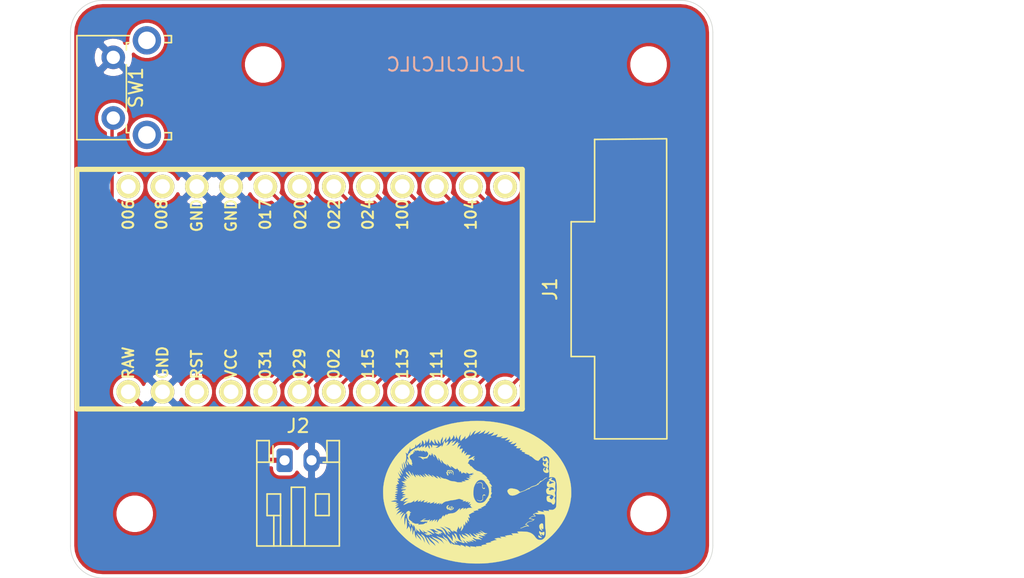
<source format=kicad_pcb>
(kicad_pcb (version 20171130) (host pcbnew 5.1.10)
  (layers (0 F.Cu signal) (31 B.Cu signal) (34 B.Paste user) (35 F.Paste user) (36 B.SilkS user) (37 F.SilkS user) (38 B.Mask user) (39 F.Mask user) (44 Edge.Cuts user))
  (net 0 "")
  (net 1 GND)
  (net 2 Column7)
  (net 3 Column6)
  (net 4 Column5)
  (net 5 Column4)
  (net 6 Column3)
  (net 7 Column2)
  (net 8 Column1)
  (net 9 Row8)
  (net 10 Row7)
  (net 11 Row6)
  (net 12 Row5)
  (net 13 Row4)
  (net 14 Row3)
  (net 15 Row2)
  (net 16 Row1)
  (net 17 "Net-(U1-Pad1)")
  (net 18 "Net-(U1-Pad2)")
  (net 19 "Net-(U1-Pad21)")
  (net 20 "Net-(U1-Pad12)")
  (net 21 B+)
  (net 22 "Net-(J1-Pad16)")
  (net 23 "Net-(SW1-Pad1)")
  (module daughterboard:thefortyfive (layer F.Cu) (at 113.50625 46.0375)
    (fp_text reference G*** hide)
    (fp_text value LOGO hide)
  )
  (module daughterboard:Molex2004850420 (layer F.Cu) (at 84.93125 60.325 90)
    (fp_text reference J1 (at 0 -2.54 90) (layer F.SilkS))
    (fp_text value Conn_01x20_Female)
    (pad 0 smd rect (at 9.75 3.27 90) (size 2 2) (layers F.Cu F.Paste F.Mask))
    (pad 0 smd rect (at -9.75 3.27 90) (size 2 2) (layers F.Cu F.Paste F.Mask))
    (pad 20 smd rect (at 4.75 0 90) (size 0.25 1.6) (layers F.Cu F.Paste F.Mask) (net 1 GND))
    (pad 19 smd rect (at 4.25 0 90) (size 0.25 1.6) (layers F.Cu F.Paste F.Mask) (net 1 GND))
    (pad 18 smd rect (at 3.75 0 90) (size 0.25 1.6) (layers F.Cu F.Paste F.Mask) (net 1 GND))
    (pad 17 smd rect (at 3.25 0 90) (size 0.25 1.6) (layers F.Cu F.Paste F.Mask) (net 1 GND))
    (pad 16 smd rect (at 2.75 0 90) (size 0.25 1.6) (layers F.Cu F.Paste F.Mask) (net 22 "Net-(J1-Pad16)"))
    (pad 15 smd rect (at 2.25 0 90) (size 0.25 1.6) (layers F.Cu F.Paste F.Mask) (net 8 Column1))
    (pad 14 smd rect (at 1.75 0 90) (size 0.25 1.6) (layers F.Cu F.Paste F.Mask) (net 7 Column2))
    (pad 13 smd rect (at 1.25 0 90) (size 0.25 1.6) (layers F.Cu F.Paste F.Mask) (net 6 Column3))
    (pad 12 smd rect (at 0.75 0 90) (size 0.25 1.6) (layers F.Cu F.Paste F.Mask) (net 5 Column4))
    (pad 11 smd rect (at 0.25 0 90) (size 0.25 1.6) (layers F.Cu F.Paste F.Mask) (net 4 Column5))
    (pad 10 smd rect (at -0.25 0 90) (size 0.25 1.6) (layers F.Cu F.Paste F.Mask) (net 3 Column6))
    (pad 9 smd rect (at -0.75 0 90) (size 0.25 1.6) (layers F.Cu F.Paste F.Mask) (net 2 Column7))
    (pad 8 smd rect (at -1.25 0 90) (size 0.25 1.6) (layers F.Cu F.Paste F.Mask) (net 9 Row8))
    (pad 7 smd rect (at -1.75 0 90) (size 0.25 1.6) (layers F.Cu F.Paste F.Mask) (net 10 Row7))
    (pad 6 smd rect (at -2.25 0 90) (size 0.25 1.6) (layers F.Cu F.Paste F.Mask) (net 11 Row6))
    (pad 5 smd rect (at -2.75 0 90) (size 0.25 1.6) (layers F.Cu F.Paste F.Mask) (net 12 Row5))
    (pad 4 smd rect (at -3.25 0 90) (size 0.25 1.6) (layers F.Cu F.Paste F.Mask) (net 13 Row4))
    (pad 3 smd rect (at -3.75 0 90) (size 0.25 1.6) (layers F.Cu F.Paste F.Mask) (net 14 Row3))
    (pad 2 smd rect (at -4.25 0 90) (size 0.25 1.6) (layers F.Cu F.Paste F.Mask) (net 15 Row2))
    (pad 1 smd rect (at -4.75 0 90) (size 0.25 1.6) (layers F.Cu F.Paste F.Mask) (net 16 Row1))
  )
  (module daughterboard:baby_badger (layer F.Cu) (at 76.99375 75.40625 90)
    (fp_text reference G*** hide)
    (fp_text value LOGO hide)
  )
  (module MountingHole:MountingHole_2.2mm_M2 (layer F.Cu) (at 61.11875 43.65625)
    (fp_text reference "" (at 0 -3.2) (layer F.SilkS))
    (fp_text value MountingHole_2.2mm_M2)
    (pad 1 np_thru_hole circle (at 0 0) (size 2.2 2.2) (drill 2.2) (layers *.Cu *.Mask))
  )
  (module MountingHole:MountingHole_2.2mm_M2 (layer F.Cu) (at 51.59375 76.99375)
    (fp_text reference "" (at 0 -3.2) (layer F.SilkS))
    (fp_text value MountingHole_2.2mm_M2)
    (pad 1 np_thru_hole circle (at 0 0) (size 2.2 2.2) (drill 2.2) (layers *.Cu *.Mask))
  )
  (module MountingHole:MountingHole_2.2mm_M2 (layer F.Cu) (at 89.69375 76.99375)
    (fp_text reference "" (at 0 -3.2) (layer F.SilkS))
    (fp_text value MountingHole_2.2mm_M2)
    (pad 1 np_thru_hole circle (at 0 0) (size 2.2 2.2) (drill 2.2) (layers *.Cu *.Mask))
  )
  (module MountingHole:MountingHole_2.2mm_M2 (layer F.Cu) (at 89.69375 43.65625)
    (fp_text reference "" (at 0 -3.2) (layer F.SilkS))
    (fp_text value MountingHole_2.2mm_M2)
    (pad 1 np_thru_hole circle (at 0 0) (size 2.2 2.2) (drill 2.2) (layers *.Cu *.Mask))
  )
  (module Button_Switch_THT:SW_Tactile_SPST_Angled_PTS645Vx83-2LFS (layer F.Cu) (at 50.00625 47.625 90)
    (fp_text reference SW1 (at 2.25 1.68 90) (layer F.SilkS))
    (fp_text value SW_SPST)
    (pad "" thru_hole circle (at -1.25 2.49 90) (size 2.1 2.1) (drill 1.3) (layers *.Cu *.Mask))
    (pad 1 thru_hole circle (at 0 0 90) (size 1.75 1.75) (drill 0.99) (layers *.Cu *.Mask) (net 23 "Net-(SW1-Pad1)"))
    (pad 2 thru_hole circle (at 4.5 0 90) (size 1.75 1.75) (drill 0.99) (layers *.Cu *.Mask) (net 1 GND))
    (pad "" thru_hole circle (at 5.76 2.49 90) (size 2.1 2.1) (drill 1.3) (layers *.Cu *.Mask))
  )
  (module Connector_JST:JST_PH_S2B-PH-K_1x02_P2.00mm_Horizontal (layer F.Cu) (at 62.70625 73.025)
    (fp_text reference J2 (at 1 -2.55) (layer F.SilkS))
    (fp_text value Conn_01x02)
    (pad 2 thru_hole oval (at 2 0) (size 1.2 1.75) (drill 0.75) (layers *.Cu *.Mask) (net 1 GND))
    (pad 1 thru_hole roundrect (at 0 0) (size 1.2 1.75) (drill 0.75) (layers *.Cu *.Mask) (roundrect_rratio 0.208333) (net 21 B+))
  )
  (module nice-nano-kicad:nice_nano (layer B.Cu) (at 65.0875 60.325)
    (fp_text reference U1 hide)
    (fp_text value nice_nano hide)
    (fp_text user 008 (at -11.5 -5.53719 -90) (layer F.SilkS) (effects (font (size 0.8 0.8))))
    (fp_text user 020 (at -1.2 -5.53719 -90) (layer F.SilkS) (effects (font (size 0.8 0.8))))
    (fp_text user 017 (at -3.81 -5.53719 -90) (layer F.SilkS) (effects (font (size 0.8 0.8))))
    (fp_text user GND (at -6.35 -5.461 -90) (layer F.SilkS) (effects (font (size 0.8 0.8))))
    (fp_text user GND (at -8.89 -5.461 -90) (layer F.SilkS) (effects (font (size 0.8 0.8))))
    (fp_text user 022 (at 1.3 -5.53719 -90) (layer F.SilkS) (effects (font (size 0.8 0.8))))
    (fp_text user 024 (at 3.8 -5.53719 -90) (layer F.SilkS) (effects (font (size 0.8 0.8))))
    (fp_text user 100 (at 6.35 -5.53719 -90) (layer F.SilkS) (effects (font (size 0.8 0.8))))
    (fp_text user 104 (at 11.43 -5.53719 -90) (layer F.SilkS) (effects (font (size 0.8 0.8))))
    (fp_text user 111 (at 8.89 5.537191 -90) (layer F.SilkS) (effects (font (size 0.8 0.8))))
    (fp_text user 113 (at 6.35 5.537191 -90) (layer F.SilkS) (effects (font (size 0.8 0.8))))
    (fp_text user 031 (at -3.81 5.537191 -90) (layer F.SilkS) (effects (font (size 0.8 0.8))))
    (fp_text user VCC (at -6.35 5.537191 -90) (layer F.SilkS) (effects (font (size 0.8 0.8))))
    (fp_text user GND (at -11.43 5.454667 -90) (layer F.SilkS) (effects (font (size 0.8 0.8))))
    (fp_text user RAW (at -13.97 5.473715 -90) (layer F.SilkS) (effects (font (size 0.8 0.8))))
    (fp_text user 029 (at -1.27 5.537191 -90) (layer F.SilkS) (effects (font (size 0.8 0.8))))
    (fp_text user 002 (at 1.27 5.537191 -90) (layer F.SilkS) (effects (font (size 0.8 0.8))))
    (fp_text user 115 (at 3.81 5.537191 -90) (layer F.SilkS) (effects (font (size 0.8 0.8))))
    (fp_text user 010 (at 11.43 5.537191 -90) (layer F.SilkS) (effects (font (size 0.8 0.8))))
    (fp_text user 006 (at -13.97 -5.53719 -90) (layer F.SilkS) (effects (font (size 0.8 0.8))))
    (fp_text user RST (at -8.89 5.588 -90) (layer F.SilkS) (effects (font (size 0.8 0.8))))
    (pad 1 thru_hole circle (at -13.97 -7.62) (size 1.7526 1.7526) (drill 1.0922) (layers *.Cu *.Mask F.SilkS) (net 17 "Net-(U1-Pad1)"))
    (pad 2 thru_hole circle (at -11.43 -7.62) (size 1.7526 1.7526) (drill 1.0922) (layers *.Cu *.Mask F.SilkS) (net 18 "Net-(U1-Pad2)"))
    (pad 3 thru_hole circle (at -8.89 -7.62) (size 1.7526 1.7526) (drill 1.0922) (layers *.Cu *.Mask F.SilkS) (net 1 GND))
    (pad 4 thru_hole circle (at -6.35 -7.62) (size 1.7526 1.7526) (drill 1.0922) (layers *.Cu *.Mask F.SilkS) (net 1 GND))
    (pad 5 thru_hole circle (at -3.81 -7.62) (size 1.7526 1.7526) (drill 1.0922) (layers *.Cu *.Mask F.SilkS) (net 2 Column7))
    (pad 6 thru_hole circle (at -1.27 -7.62) (size 1.7526 1.7526) (drill 1.0922) (layers *.Cu *.Mask F.SilkS) (net 3 Column6))
    (pad 7 thru_hole circle (at 1.27 -7.62) (size 1.7526 1.7526) (drill 1.0922) (layers *.Cu *.Mask F.SilkS) (net 4 Column5))
    (pad 8 thru_hole circle (at 3.81 -7.62) (size 1.7526 1.7526) (drill 1.0922) (layers *.Cu *.Mask F.SilkS) (net 5 Column4))
    (pad 9 thru_hole circle (at 6.35 -7.62) (size 1.7526 1.7526) (drill 1.0922) (layers *.Cu *.Mask F.SilkS) (net 6 Column3))
    (pad 10 thru_hole circle (at 8.89 -7.62) (size 1.7526 1.7526) (drill 1.0922) (layers *.Cu *.Mask F.SilkS) (net 7 Column2))
    (pad 11 thru_hole circle (at 11.43 -7.62) (size 1.7526 1.7526) (drill 1.0922) (layers *.Cu *.Mask F.SilkS) (net 8 Column1))
    (pad 13 thru_hole circle (at 13.97 7.62) (size 1.7526 1.7526) (drill 1.0922) (layers *.Cu *.Mask F.SilkS) (net 16 Row1))
    (pad 14 thru_hole circle (at 11.43 7.62) (size 1.7526 1.7526) (drill 1.0922) (layers *.Cu *.Mask F.SilkS) (net 15 Row2))
    (pad 15 thru_hole circle (at 8.89 7.62) (size 1.7526 1.7526) (drill 1.0922) (layers *.Cu *.Mask F.SilkS) (net 14 Row3))
    (pad 16 thru_hole circle (at 6.35 7.62) (size 1.7526 1.7526) (drill 1.0922) (layers *.Cu *.Mask F.SilkS) (net 13 Row4))
    (pad 17 thru_hole circle (at 3.81 7.62) (size 1.7526 1.7526) (drill 1.0922) (layers *.Cu *.Mask F.SilkS) (net 12 Row5))
    (pad 18 thru_hole circle (at 1.27 7.62) (size 1.7526 1.7526) (drill 1.0922) (layers *.Cu *.Mask F.SilkS) (net 11 Row6))
    (pad 19 thru_hole circle (at -1.27 7.62) (size 1.7526 1.7526) (drill 1.0922) (layers *.Cu *.Mask F.SilkS) (net 10 Row7))
    (pad 20 thru_hole circle (at -3.81 7.62) (size 1.7526 1.7526) (drill 1.0922) (layers *.Cu *.Mask F.SilkS) (net 9 Row8))
    (pad 21 thru_hole circle (at -6.35 7.62) (size 1.7526 1.7526) (drill 1.0922) (layers *.Cu *.Mask F.SilkS) (net 19 "Net-(U1-Pad21)"))
    (pad 22 thru_hole circle (at -8.89 7.62) (size 1.7526 1.7526) (drill 1.0922) (layers *.Cu *.Mask F.SilkS) (net 23 "Net-(SW1-Pad1)"))
    (pad 23 thru_hole circle (at -11.43 7.62) (size 1.7526 1.7526) (drill 1.0922) (layers *.Cu *.Mask F.SilkS) (net 1 GND))
    (pad 12 thru_hole circle (at 13.97 -7.62) (size 1.7526 1.7526) (drill 1.0922) (layers *.Cu *.Mask F.SilkS) (net 20 "Net-(U1-Pad12)"))
    (pad 24 thru_hole circle (at -13.97 7.62) (size 1.7526 1.7526) (drill 1.0922) (layers *.Cu *.Mask F.SilkS) (net 21 B+))
  )
  (gr_text JLCJLCJLCJLC (at 75.40625 43.65625) (layer B.SilkS) (effects (font (size 1 1)) (justify mirror)))
  (gr_arc (start 49.2125 79.375) (end 46.83125 79.375) (angle -90) (layer Edge.Cuts) (width 0.05))
  (gr_arc (start 92.075 79.375) (end 92.075 81.75625) (angle -90) (layer Edge.Cuts) (width 0.05))
  (gr_arc (start 92.075 41.275) (end 94.45625 41.275) (angle -90) (layer Edge.Cuts) (width 0.05))
  (gr_arc (start 49.2125 41.275) (end 49.2125 38.89375) (angle -90) (layer Edge.Cuts) (width 0.05))
  (gr_line (start 92.075 38.89375) (end 49.2125 38.89375) (layer Edge.Cuts) (width 0.05))
  (gr_line (start 94.45625 79.375) (end 94.45625 41.275) (layer Edge.Cuts) (width 0.05))
  (gr_line (start 49.2125 81.75625) (end 92.075 81.75625) (layer Edge.Cuts) (width 0.05))
  (gr_line (start 46.83125 41.275) (end 46.83125 79.375) (layer Edge.Cuts) (width 0.05))
  (segment (start 84.93125 56.575) (end 84.93125 57.059499) (width 0.381) (layer F.Cu) (net 1))
  (segment (start 81.8875 58.075) (end 84.93125 58.075) (width 0.254) (layer F.Cu) (net 8))
  (segment (start 76.5175 52.705) (end 81.8875 58.075) (width 0.254) (layer F.Cu) (net 8))
  (segment (start 79.8475 58.575) (end 84.93125 58.575) (width 0.254) (layer F.Cu) (net 7))
  (segment (start 73.9775 52.705) (end 79.8475 58.575) (width 0.254) (layer F.Cu) (net 7))
  (segment (start 77.8075 59.075) (end 84.93125 59.075) (width 0.254) (layer F.Cu) (net 6))
  (segment (start 71.4375 52.705) (end 77.8075 59.075) (width 0.254) (layer F.Cu) (net 6))
  (segment (start 75.7675 59.575) (end 84.93125 59.575) (width 0.254) (layer F.Cu) (net 5))
  (segment (start 68.8975 52.705) (end 75.7675 59.575) (width 0.254) (layer F.Cu) (net 5))
  (segment (start 73.7275 60.075) (end 84.93125 60.075) (width 0.254) (layer F.Cu) (net 4))
  (segment (start 66.3575 52.705) (end 73.7275 60.075) (width 0.254) (layer F.Cu) (net 4))
  (segment (start 71.6875 60.575) (end 84.93125 60.575) (width 0.254) (layer F.Cu) (net 3))
  (segment (start 63.8175 52.705) (end 71.6875 60.575) (width 0.254) (layer F.Cu) (net 3))
  (segment (start 69.6475 61.075) (end 84.93125 61.075) (width 0.254) (layer F.Cu) (net 2))
  (segment (start 61.2775 52.705) (end 69.6475 61.075) (width 0.254) (layer F.Cu) (net 2))
  (segment (start 67.6475 61.575) (end 61.2775 67.945) (width 0.254) (layer F.Cu) (net 9))
  (segment (start 84.93125 61.575) (end 67.6475 61.575) (width 0.254) (layer F.Cu) (net 9))
  (segment (start 69.6875 62.075) (end 63.8175 67.945) (width 0.254) (layer F.Cu) (net 10))
  (segment (start 84.93125 62.075) (end 69.6875 62.075) (width 0.254) (layer F.Cu) (net 10))
  (segment (start 71.7275 62.575) (end 66.3575 67.945) (width 0.254) (layer F.Cu) (net 11))
  (segment (start 84.93125 62.575) (end 71.7275 62.575) (width 0.254) (layer F.Cu) (net 11))
  (segment (start 73.7675 63.075) (end 68.8975 67.945) (width 0.254) (layer F.Cu) (net 12))
  (segment (start 84.93125 63.075) (end 73.7675 63.075) (width 0.254) (layer F.Cu) (net 12))
  (segment (start 75.8075 63.575) (end 71.4375 67.945) (width 0.254) (layer F.Cu) (net 13))
  (segment (start 84.93125 63.575) (end 75.8075 63.575) (width 0.254) (layer F.Cu) (net 13))
  (segment (start 77.8475 64.075) (end 73.9775 67.945) (width 0.254) (layer F.Cu) (net 14))
  (segment (start 84.93125 64.075) (end 77.8475 64.075) (width 0.254) (layer F.Cu) (net 14))
  (segment (start 79.8875 64.575) (end 76.5175 67.945) (width 0.254) (layer F.Cu) (net 15))
  (segment (start 84.93125 64.575) (end 79.8875 64.575) (width 0.254) (layer F.Cu) (net 15))
  (segment (start 81.9275 65.075) (end 79.0575 67.945) (width 0.254) (layer F.Cu) (net 16))
  (segment (start 84.93125 65.075) (end 81.9275 65.075) (width 0.254) (layer F.Cu) (net 16))
  (segment (start 56.1975 73.025) (end 62.70625 73.025) (width 0.381) (layer F.Cu) (net 21))
  (segment (start 51.1175 67.945) (end 56.1975 73.025) (width 0.381) (layer F.Cu) (net 21))
  (segment (start 56.1975 67.945) (end 56.1975 60.8965) (width 0.254) (layer F.Cu) (net 23))
  (segment (start 49.914199 47.717051) (end 50.00625 47.625) (width 0.254) (layer F.Cu) (net 23))
  (segment (start 49.914199 54.613199) (end 49.914199 47.717051) (width 0.254) (layer F.Cu) (net 23))
  (segment (start 56.1975 60.8965) (end 49.914199 54.613199) (width 0.254) (layer F.Cu) (net 23))
  (zone (net 1) (net_name GND) (layer F.Cu) (connect_pads (clearance 0.254)) (min_thickness 0.254) (fill yes (arc_segments 32) (thermal_gap 0.508) (thermal_bridge_width 0.508))
    (polygon (pts (xy 94.45625 81.75625) (xy 46.83125 81.75625) (xy 46.83125 38.89375) (xy 94.45625 38.89375)))
  )
  (zone (net 1) (net_name GND) (layer B.Cu) (connect_pads (clearance 0.508)) (min_thickness 0.254) (fill yes (arc_segments 32) (thermal_gap 0.508) (thermal_bridge_width 0.508))
    (polygon (pts (xy 94.45625 81.75625) (xy 46.83125 81.75625) (xy 46.83125 38.89375) (xy 94.45625 38.89375)))
  )
)
</source>
